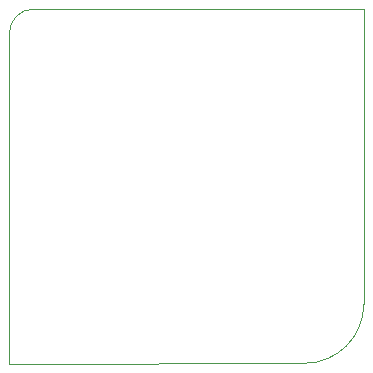
<source format=gbr>
%TF.GenerationSoftware,KiCad,Pcbnew,7.0.6*%
%TF.CreationDate,2023-09-02T17:04:30+01:00*%
%TF.ProjectId,gbc_fidget,6762635f-6669-4646-9765-742e6b696361,rev?*%
%TF.SameCoordinates,Original*%
%TF.FileFunction,Profile,NP*%
%FSLAX46Y46*%
G04 Gerber Fmt 4.6, Leading zero omitted, Abs format (unit mm)*
G04 Created by KiCad (PCBNEW 7.0.6) date 2023-09-02 17:04:30*
%MOMM*%
%LPD*%
G01*
G04 APERTURE LIST*
%TA.AperFunction,Profile*%
%ADD10C,0.100000*%
%TD*%
G04 APERTURE END LIST*
D10*
X168859200Y-89331800D02*
G75*
G03*
X173863000Y-84328000I0J5003800D01*
G01*
X173863000Y-59359800D02*
X145872200Y-59359800D01*
X145872200Y-59359800D02*
G75*
G03*
X143865600Y-61366400I0J-2006600D01*
G01*
X173863000Y-84328000D02*
X173863000Y-59359800D01*
X168859200Y-89331800D02*
X143865600Y-89357200D01*
X143865600Y-89357200D02*
X143865600Y-61366400D01*
M02*

</source>
